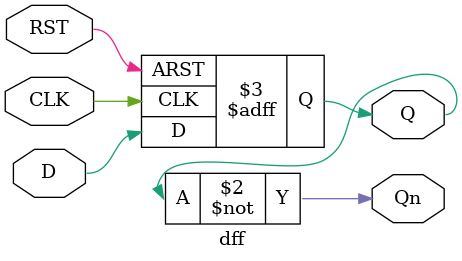
<source format=sv>
module dff (
    input D,        
    input CLK,      
    input RST,      
    output reg Q,   
    output Qn       
);

    always @(posedge CLK or posedge RST) begin
        if (RST) begin
            Q <= 1'b0; // reset Q to 0
        end else begin
            Q <= D; //store the D value on rising edge of CLK
        end
    end

    assign Qn = ~Q;

endmodule
</source>
